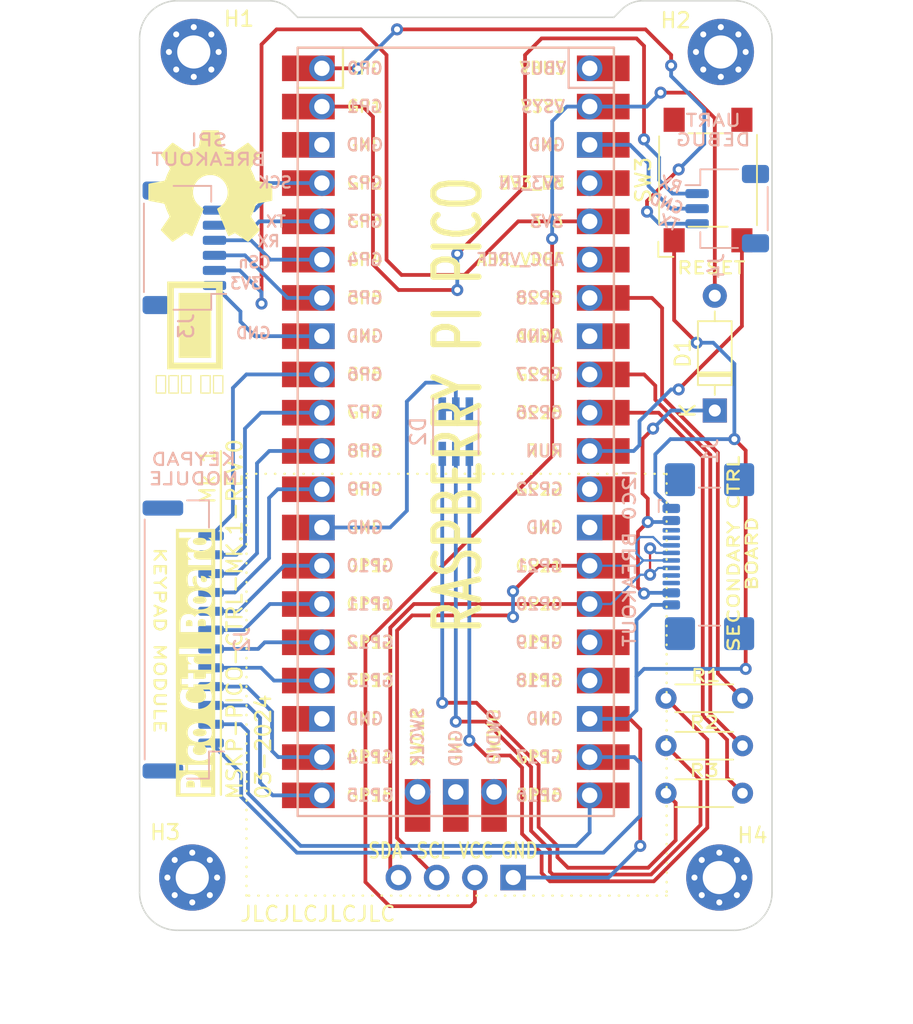
<source format=kicad_pcb>
(kicad_pcb (version 20221018) (generator pcbnew)
  (layers (0 "F.Cu" signal) (31 "B.Cu" signal) (34 "B.Paste" user) (35 "F.Paste" user) (36 "B.SilkS" user "B.Silkscreen") (37 "F.SilkS" user "F.Silkscreen") (38 "B.Mask" user) (39 "F.Mask" user) (44 "Edge.Cuts" user))
  (net 0 "")
  (net 1 "Net-(D1-K)")
  (net 2 "Net-(D1-A)")
  (net 3 "Net-(D2-KB)")
  (net 4 "Net-(D2-AR)")
  (net 5 "Net-(D2-AG)")
  (net 6 "Net-(D2-AB)")
  (net 7 "Net-(U2-GND)")
  (net 9 "Net-(U1-GPIO20)")
  (net 10 "Net-(U1-GPIO21)")
  (net 15 "Net-(J2-Pin_1)")
  (net 16 "Net-(J2-Pin_2)")
  (net 17 "Net-(J2-Pin_3)")
  (net 18 "Net-(J2-Pin_4)")
  (net 19 "Net-(J2-Pin_5)")
  (net 20 "Net-(J2-Pin_6)")
  (net 21 "Net-(J2-Pin_7)")
  (net 22 "Net-(J2-Pin_8)")
  (net 23 "Net-(J2-Pin_9)")
  (net 24 "Net-(J2-Pin_10)")
  (net 25 "Net-(J2-Pin_11)")
  (net 26 "Net-(J2-Pin_12)")
  (net 27 "Net-(J3-Pin_1)")
  (net 28 "Net-(U1-GPIO28_ADC2)")
  (net 29 "Net-(U1-GPIO27_ADC1)")
  (net 30 "Net-(U1-GPIO26_ADC0)")
  (net 31 "Net-(U1-RUN)")
  (net 32 "Net-(J3-Pin_3)")
  (net 33 "Net-(J3-Pin_4)")
  (net 36 "Net-(J3-Pin_5)")
  (net 37 "Net-(J3-Pin_6)")
  (net 41 "Net-(J4-Pin_1)")
  (net 43 "GND")
  (net 44 "+5V")
  (net 48 "Net-(J4-Pin_3)")
  (net 52 "Net-(J3-Pin_2)")
  (footprint "Diode_THT:D_DO-35_SOD27_P7.62mm_Horizontal" (layer "F.Cu") (at 165.7 94.6 90)
    (fp_text reference "D1")
    (fp_text value "1N4148")
  )
  (footprint "Button_Switch_SMD:SW_SPST_Omron_B3FS-101xP" (layer "F.Cu") (at 165.25 79.3 90)
    (fp_text reference "SW3")
    (fp_text value "SW_Omron_B3FS")
  )
  (footprint "MountingHole:MountingHole_2.2mm_M2_Pad_Via" (layer "F.Cu") (at 131 125.6)
    (fp_text reference "H3")
    (fp_text value "MountingHole_2.2mm_M2_Pad_Via")
  )
  (footprint "Desktop:OSH_test" (layer "F.Cu") (at 132.2 79.7)
    (fp_text reference "G***" hide)
    (fp_text value "LOGO" hide)
  )
  (footprint "Resistor_THT:R_Axial_DIN0204_L3.6mm_D1.6mm_P5.08mm_Horizontal" (layer "F.Cu") (at 162.46 113.7)
    (fp_text reference "R1")
    (fp_text value "Resistor")
  )
  (footprint "ScottoKeebs_MCU:Raspberry_Pi_Pico" (layer "F.Cu") (at 148.5 96.015)
    (fp_text reference "U1" hide)
    (fp_text value "Raspberry_Pi_Pico" hide)
  )
  (footprint "Resistor_THT:R_Axial_DIN0204_L3.6mm_D1.6mm_P5.08mm_Horizontal" (layer "F.Cu") (at 162.46 120)
    (fp_text reference "R3")
    (fp_text value "Resistor")
  )
  (footprint "MountingHole:MountingHole_2.2mm_M2_Pad_Via" (layer "F.Cu") (at 166.1 70.8)
    (fp_text reference "H2")
    (fp_text value "MountingHole_2.2mm_M2_Pad_Via")
  )
  (footprint "MountingHole:MountingHole_2.2mm_M2_Pad_Via" (layer "F.Cu") (at 131.1 70.8)
    (fp_text reference "H1")
    (fp_text value "MountingHole_2.2mm_M2_Pad_Via")
  )
  (footprint "ScottoKeebs_Components:OLED_128x64" (layer "F.Cu") (at 148.5 125.6 180)
    (fp_text reference "U2" hide)
    (fp_text value "OLED_128x64")
  )
  (footprint "Resistor_THT:R_Axial_DIN0204_L3.6mm_D1.6mm_P5.08mm_Horizontal" (layer "F.Cu") (at 162.46 116.85)
    (fp_text reference "R2")
    (fp_text value "Resistor")
  )
  (footprint "MountingHole:MountingHole_2.2mm_M2_Pad_Via" (layer "F.Cu") (at 166 125.6)
    (fp_text reference "H4")
    (fp_text value "MountingHole_2.2mm_M2_Pad_Via")
  )
  (footprint "Connector_JST:JST_GH_SM12B-GHS-TB_1x12-1MP_P1.25mm_Horizontal" (layer "B.Cu") (at 130.4 109.8 90)
    (fp_text reference "J2")
    (fp_text value "Conn_01x12_Socket")
  )
  (footprint "LED_SMD:LED_Avago_PLCC6_3x2.8mm" (layer "B.Cu") (at 148.5 96 -90)
    (fp_text reference "D2")
    (fp_text value "ASMT-YTB7-0AA02")
  )
  (footprint "Connector_USB:USB_C_Receptacle_GCT_USB4110" (layer "B.Cu") (at 166.49 104.3 -90)
    (fp_text reference "J1")
    (fp_text value "USB_C_Receptacle_USB2.0")
  )
  (footprint "Connector_JST:JST_SH_SM03B-SRSS-TB_1x03-1MP_P1.00mm_Horizontal" (layer "B.Cu") (at 166.525 81.2 -90)
    (fp_text reference "J4")
    (fp_text value "Conn_01x03_Socket")
  )
  (footprint "Connector_JST:JST_SH_SM06B-SRSS-TB_1x06-1MP_P1.00mm_Horizontal" (layer "B.Cu") (at 130.475 83.8 90)
    (fp_text reference "J3")
    (fp_text value "Conn_01x06_Socket")
  )
  (gr_rect (start 134.6 98.8) (end 162.5 126.8) (stroke (width 0.15) (type dot)) (fill none) (layer "F.SilkS"))
  (gr_line (start 132.9 120.1) (end 132.9 97.3) (stroke (width 0.15)) (layer "F.SilkS"))
  (gr_line (start 159 68.5) (end 159.514214 67.985786) (stroke (width 0.1)) (layer "Edge.Cuts"))
  (gr_arc (start 167 67.4) (mid 168.767767 68.132233) (end 169.5 69.9) (stroke (width 0.1)) (layer "Edge.Cuts"))
  (gr_line (start 130 67.4) (end 136.071573 67.4) (stroke (width 0.1)) (layer "Edge.Cuts"))
  (gr_line (start 138 68.5) (end 159 68.5) (stroke (width 0.1)) (layer "Edge.Cuts"))
  (gr_line (start 167 129.1) (end 130 129.1) (stroke (width 0.1)) (layer "Edge.Cuts"))
  (gr_arc (start 159.514214 67.985786) (mid 160.163062 67.55225) (end 160.928427 67.4) (stroke (width 0.1)) (layer "Edge.Cuts"))
  (gr_line (start 138 68.5) (end 137.485786 67.985786) (stroke (width 0.1)) (layer "Edge.Cuts"))
  (gr_arc (start 136.071573 67.4) (mid 136.836945 67.552232) (end 137.485786 67.985786) (stroke (width 0.1)) (layer "Edge.Cuts"))
  (gr_arc (start 130 129.1) (mid 128.232233 128.367767) (end 127.5 126.6) (stroke (width 0.1)) (layer "Edge.Cuts"))
  (gr_line (start 127.5 126.6) (end 127.5 69.9) (stroke (width 0.1)) (layer "Edge.Cuts"))
  (gr_arc (start 127.5 69.9) (mid 128.232233 68.132233) (end 130 67.4) (stroke (width 0.1)) (layer "Edge.Cuts"))
  (gr_line (start 160.928427 67.4) (end 167 67.4) (stroke (width 0.1)) (layer "Edge.Cuts"))
  (gr_line (start 169.5 69.9) (end 169.5 126.6) (stroke (width 0.1)) (layer "Edge.Cuts"))
  (gr_arc (start 169.5 126.6) (mid 168.767767 128.367767) (end 167 129.1) (stroke (width 0.1)) (layer "Edge.Cuts"))
  (gr_text "GND" (at 136.3 89.9) (layer "B.SilkS") (effects (font (size 0.75 0.75)) (justify left bottom mirror)))
  (gr_text "SPI\nBREAKOUT" (at 132.1 78.4) (layer "B.SilkS") (effects (font (size 0.8 1)) (justify bottom mirror)))
  (gr_text "UART\nDEBUG" (at 165.6 77.1) (layer "B.SilkS") (effects (font (size 0.8 1)) (justify bottom mirror)))
  (gr_text "CSn" (at 136.3 85.2) (layer "B.SilkS") (effects (font (size 0.75 0.75)) (justify left bottom mirror)))
  (gr_text "TX" (at 163.2 82.8 -20) (layer "B.SilkS") (effects (font (size 0.75 0.75)) (justify left bottom mirror)))
  (gr_text "I2C0 BREAKOUT" (at 160.5 104.4 90) (layer "B.SilkS") (effects (font (size 0.8 1)) (justify bottom mirror)))
  (gr_text "SCK" (at 137.7 79.9) (layer "B.SilkS") (effects (font (size 0.75 0.75)) (justify left bottom mirror)))
  (gr_text "RX" (at 136.9 83.8) (layer "B.SilkS") (effects (font (size 0.75 0.75)) (justify left bottom mirror)))
  (gr_text "KEYPAD\nMODULE" (at 131.1 99.6) (layer "B.SilkS") (effects (font (size 0.8 1)) (justify bottom mirror)))
  (gr_text "RX" (at 163.4 80.3 -20) (layer "B.SilkS") (effects (font (size 0.75 0.75)) (justify left bottom mirror)))
  (gr_text "GND" (at 163.5 81.7 -20) (layer "B.SilkS") (effects (font (size 0.75 0.75)) (justify left bottom mirror)))
  (gr_text "TX" (at 137.3 82.5) (layer "B.SilkS") (effects (font (size 0.75 0.75)) (justify left bottom mirror)))
  (gr_text "3V3" (at 135.7 86.6) (layer "B.SilkS") (effects (font (size 0.75 0.75)) (justify left bottom mirror)))
  (gr_text "JLCJLCJLCJLC" (at 134.1 128.6) (layer "F.SilkS") (effects (font (size 1 1)) (justify left bottom)))
  (gr_text "Pico Ctrl Board" (at 132.6 120.2 90) (layer "F.SilkS" knockout) (effects (font (size 2 1.5)) (justify left bottom)))
  (gr_text "SCL" (at 145.8 124.4) (layer "F.SilkS") (effects (font (size 1 0.8)) (justify left bottom)))
  (gr_text "햄룬드 제조" (at 128.5 93.4) (layer "F.SilkS") (effects (font (size 1 1)) (justify left bottom)))
  (gr_text "GND" (at 151.4 124.4) (layer "F.SilkS") (effects (font (size 1 0.8)) (justify left bottom)))
  (gr_text "SECONDARY CTRL\nBOARD" (at 168.6 104.1 90) (layer "F.SilkS") (effects (font (size 0.75 1)) (justify bottom)))
  (gr_text "햄" (at 129.5 91.1) (layer "F.SilkS" knockout) (effects (font (size 4 4) (thickness 0.3) bold) (justify left bottom)))
  (gr_text "Mk 1" (at 132.6 100.9 90) (layer "F.SilkS") (effects (font (size 1 1)) (justify left bottom)))
  (gr_text "VCC" (at 148.6 124.4) (layer "F.SilkS") (effects (font (size 1 0.8)) (justify left bottom)))
  (gr_text "MSKP-PICO-CTRL-MK.1-REV.0" (at 134.4 120.5 90) (layer "F.SilkS") (effects (font (size 1 1)) (justify left bottom)))
  (gr_text "KEYPAD MODULE" (at 128.4 103.6 -90) (layer "F.SilkS") (effects (font (size 0.75 1)) (justify left bottom)))
  (gr_text "RASPBERRY PI PICO" (at 150.4 109.6 90) (layer "F.SilkS") (effects (font (size 3 2) (thickness 0.4) bold) (justify left bottom)))
  (gr_text "RESET" (at 163.1 85.6) (layer "F.SilkS") (effects (font (size 0.8 1)) (justify left bottom)))
  (gr_text "SDA" (at 142.6 124.4) (layer "F.SilkS") (effects (font (size 1 0.8)) (justify left bottom)))
  (gr_text "03-2024" (at 136.3 120.5 90) (layer "F.SilkS") (effects (font (size 1 1)) (justify left bottom)))
  (segment (start 160.6 106.35) (end 160.6 102.65) (width 0.25) (layer "F.Cu") (net 1))
  (segment (start 160.9 100.1) (end 160.9 96.5) (width 0.25) (layer "F.Cu") (net 1))
  (segment (start 161.25 100.45) (end 160.9 100.1) (width 0.25) (layer "F.Cu") (net 1))
  (segment (start 161 106.75) (end 160.6 106.35) (width 0.25) (layer "F.Cu") (net 1))
  (segment (start 161.25 102) (end 161.25 100.45) (width 0.25) (layer "F.Cu") (net 1))
  (segment (start 160.6 102.65) (end 161.25 102) (width 0.25) (layer "F.Cu") (net 1))
  (segment (start 160.9 96.5) (end 161.6 95.8) (width 0.25) (layer "F.Cu") (net 1))
  (via (at 161.6 95.8) (size 0.8) (drill 0.4) (layers "F.Cu" "B.Cu") (net 1))
  (via (at 161 106.75) (size 0.8) (drill 0.4) (layers "F.Cu" "B.Cu") (net 1))
  (via (at 161.25 102) (size 0.8) (drill 0.4) (layers "F.Cu" "B.Cu") (net 1))
  (segment (start 162.81 106.7) (end 161.05 106.7) (width 0.25) (layer "B.Cu") (net 1))
  (segment (start 162.71 102) (end 162.81 101.9) (width 0.25) (layer "B.Cu") (net 1))
  (segment (start 161.05 106.7) (end 161 106.75) (width 0.25) (layer "B.Cu") (net 1))
  (segment (start 162.8 94.6) (end 165.7 94.6) (width 0.25) (layer "B.Cu") (net 1))
  (segment (start 161.6 95.8) (end 162.8 94.6) (width 0.25) (layer "B.Cu") (net 1))
  (segment (start 161.25 102) (end 162.71 102) (width 0.25) (layer "B.Cu") (net 1))
  (segment (start 154.9 97.627208) (end 154.9 83.2) (width 0.25) (layer "F.Cu") (net 2))
  (segment (start 142.5 125.9) (end 142.5 110.027208) (width 0.25) (layer "F.Cu") (net 2))
  (segment (start 165.7 75.2) (end 164 73.5) (width 0.25) (layer "F.Cu") (net 2))
  (segment (start 144.1 127.5) (end 142.5 125.9) (width 0.25) (layer "F.Cu") (net 2))
  (segment (start 149.5 127.5) (end 144.1 127.5) (width 0.25) (layer "F.Cu") (net 2))
  (segment (start 165.7 86.98) (end 165.7 75.2) (width 0.25) (layer "F.Cu") (net 2))
  (segment (start 164 73.5) (end 162.1 73.5) (width 0.25) (layer "F.Cu") (net 2))
  (segment (start 142.5 110.027208) (end 154.9 97.627208) (width 0.25) (layer "F.Cu") (net 2))
  (segment (start 149.77 125.6) (end 149.77 127.23) (width 0.25) (layer "F.Cu") (net 2))
  (segment (start 149.77 127.23) (end 149.5 127.5) (width 0.25) (layer "F.Cu") (net 2))
  (via (at 162.1 73.5) (size 0.8) (drill 0.4) (layers "F.Cu" "B.Cu") (net 2))
  (via (at 154.9 83.2) (size 0.8) (drill 0.4) (layers "F.Cu" "B.Cu") (net 2))
  (segment (start 161.175 74.425) (end 157.39 74.425) (width 0.25) (layer "B.Cu") (net 2))
  (segment (start 154.9 75.4) (end 155.875 74.425) (width 0.25) (layer "B.Cu") (net 2))
  (segment (start 154.9 83.2) (end 154.9 75.4) (width 0.25) (layer "B.Cu") (net 2))
  (segment (start 162.1 73.5) (end 161.175 74.425) (width 0.25) (layer "B.Cu") (net 2))
  (segment (start 155.875 74.425) (end 157.39 74.425) (width 0.25) (layer "B.Cu") (net 2))
  (segment (start 145.25 101.25) (end 144.135 102.365) (width 0.25) (layer "B.Cu") (net 3))
  (segment (start 148.5 93.25) (end 148 92.75) (width 0.25) (layer "B.Cu") (net 3))
  (segment (start 144.135 102.365) (end 139.61 102.365) (width 0.25) (layer "B.Cu") (net 3))
  (segment (start 146.5 92.75) (end 145.25 94) (width 0.25) (layer "B.Cu") (net 3))
  (segment (start 148 92.75) (end 146.5 92.75) (width 0.25) (layer "B.Cu") (net 3))
  (segment (start 149.4 94.525) (end 147.6 94.525) (width 0.25) (layer "B.Cu") (net 3))
  (segment (start 148.5 94.525) (end 148.5 93.25) (width 0.25) (layer "B.Cu") (net 3))
  (segment (start 145.25 94) (end 145.25 101.25) (width 0.25) (layer "B.Cu") (net 3))
  (segment (start 161.65 125.85) (end 154.75 125.85) (width 0.25) (layer "F.Cu") (net 4))
  (segment (start 154.2 124) (end 152.9 122.7) (width 0.25) (layer "F.Cu") (net 4))
  (segment (start 165.2 116.44) (end 165.2 122.3) (width 0.25) (layer "F.Cu") (net 4))
  (segment (start 152.1 117.5) (end 150.5 117.5) (width 0.25) (layer "F.Cu") (net 4))
  (segment (start 154.75 125.85) (end 154.2 125.3) (width 0.25) (layer "F.Cu") (net 4))
  (segment (start 162.46 113.7) (end 165.2 116.44) (width 0.25) (layer "F.Cu") (net 4))
  (segment (start 154.2 125.3) (end 154.2 124) (width 0.25) (layer "F.Cu") (net 4))
  (segment (start 165.2 122.3) (end 161.65 125.85) (width 0.25) (layer "F.Cu") (net 4))
  (segment (start 152.9 118.3) (end 152.1 117.5) (width 0.25) (layer "F.Cu") (net 4))
  (segment (start 152.9 122.7) (end 152.9 118.3) (width 0.25) (layer "F.Cu") (net 4))
  (segment (start 150.5 117.5) (end 149.5 116.5) (width 0.25) (layer "F.Cu") (net 4))
  (via (at 149.4 116.5) (size 0.8) (drill 0.4) (layers "F.Cu" "B.Cu") (net 4))
  (segment (start 149.4 116.4) (end 149.4 97.475) (width 0.25) (layer "B.Cu") (net 4))
  (segment (start 149.5 116.5) (end 149.4 116.4) (width 0.25) (layer "B.Cu") (net 4))
  (segment (start 164.75 119.14) (end 164.75 122.113604) (width 0.25) (layer "F.Cu") (net 5))
  (segment (start 154.75 125.213604) (end 154.75 124) (width 0.25) (layer "F.Cu") (net 5))
  (segment (start 150.486396 115.25) (end 148.5 115.25) (width 0.25) (layer "F.Cu") (net 5))
  (segment (start 154.75 123.75) (end 153.5 122.5) (width 0.25) (layer "F.Cu") (net 5))
  (segment (start 164.75 122.113604) (end 161.463604 125.4) (width 0.25) (layer "F.Cu") (net 5))
  (segment (start 153.5 122.5) (end 153.5 118.263604) (width 0.25) (layer "F.Cu") (net 5))
  (segment (start 162.46 116.85) (end 164.75 119.14) (width 0.25) (layer "F.Cu") (net 5))
  (segment (start 161.463604 125.4) (end 156.1 125.4) (width 0.25) (layer "F.Cu") (net 5))
  (segment (start 153.5 118.263604) (end 150.486396 115.25) (width 0.25) (layer "F.Cu") (net 5))
  (segment (start 156.1 125.4) (end 154.936396 125.4) (width 0.25) (layer "F.Cu") (net 5))
  (segment (start 154.75 124) (end 154.75 123.75) (width 0.25) (layer "F.Cu") (net 5))
  (segment (start 154.936396 125.4) (end 154.75 125.213604) (width 0.25) (layer "F.Cu") (net 5))
  (via (at 148.5 115.25) (size 0.8) (drill 0.4) (layers "F.Cu" "B.Cu") (net 5))
  (segment (start 148.5 115.25) (end 148.5 97.475) (width 0.25) (layer "B.Cu") (net 5))
  (segment (start 155.25 124.25) (end 155.25 123.5) (width 0.25) (layer "F.Cu") (net 6))
  (segment (start 155.95 124.95) (end 155.25 124.25) (width 0.25) (layer "F.Cu") (net 6))
  (segment (start 161.277208 124.95) (end 155.95 124.95) (width 0.25) (layer "F.Cu") (net 6))
  (segment (start 162.46 120) (end 163.1 120.64) (width 0.25) (layer "F.Cu") (net 6))
  (segment (start 154 118.127208) (end 149.872792 114) (width 0.25) (layer "F.Cu") (net 6))
  (segment (start 163.1 120.64) (end 163.1 123.127208) (width 0.25) (layer "F.Cu") (net 6))
  (segment (start 155.25 123.5) (end 154 122.25) (width 0.25) (layer "F.Cu") (net 6))
  (segment (start 154 122.25) (end 154 118.127208) (width 0.25) (layer "F.Cu") (net 6))
  (segment (start 149.872792 114) (end 147.5 114) (width 0.25) (layer "F.Cu") (net 6))
  (segment (start 163.1 123.127208) (end 161.277208 124.95) (width 0.25) (layer "F.Cu") (net 6))
  (via (at 147.6 114) (size 0.8) (drill 0.4) (layers "F.Cu" "B.Cu") (net 6))
  (segment (start 147.5 114) (end 147.6 113.9) (width 0.25) (layer "B.Cu") (net 6))
  (segment (start 147.6 113.9) (end 147.6 97.475) (width 0.25) (layer "B.Cu") (net 6))
  (segment (start 163 88.6) (end 164.5 90.1) (width 0.25) (layer "F.Cu") (net 7))
  (segment (start 160.065 115.065) (end 157.39 115.065) (width 0.25) (layer "F.Cu") (net 7))
  (segment (start 160.75 115.75) (end 160.065 115.065) (width 0.25) (layer "F.Cu") (net 7))
  (segment (start 167.75 97.25) (end 167 96.5) (width 0.25) (layer "F.Cu") (net 7))
  (segment (start 163 83.3) (end 163 88.6) (width 0.25) (layer "F.Cu") (net 7))
  (segment (start 160.75 123.5) (end 160.75 115.75) (width 0.25) (layer "F.Cu") (net 7))
  (segment (start 167.75 111.75) (end 167.75 97.25) (width 0.25) (layer "F.Cu") (net 7))
  (via (at 167 96.5) (size 0.8) (drill 0.4) (layers "F.Cu" "B.Cu") (net 7))
  (via (at 167.75 111.75) (size 0.8) (drill 0.4) (layers "F.Cu" "B.Cu") (net 7))
  (via (at 164.5 90.1) (size 0.8) (drill 0.4) (layers "F.Cu" "B.Cu") (net 7))
  (via (at 160.75 123.5) (size 0.8) (drill 0.4) (layers "F.Cu" "B.Cu") (net 7))
  (segment (start 160.5 112.25) (end 160.5 114.5) (width 0.25) (layer "B.Cu") (net 7))
  (segment (start 167 91.5) (end 167 96.5) (width 0.25) (layer "B.Cu") (net 7))
  (segment (start 162.75 96.5) (end 161.75 97.5) (width 0.25) (layer "B.Cu") (net 7))
  (segment (start 158.65 125.6) (end 160.75 123.5) (width 0.25) (layer "B.Cu") (net 7))
  (segment (start 164.5 90.1) (end 165.6 90.1) (width 0.25) (layer "B.Cu") (net 7))
  (segment (start 152.31 125.6) (end 158.65 125.6) (width 0.25) (layer "B.Cu") (net 7))
  (segment (start 160.5 112.25) (end 161 111.75) (width 0.25) (layer "B.Cu") (net 7))
  (segment (start 167 96.5) (end 162.75 96.5) (width 0.25) (layer "B.Cu") (net 7))
  (segment (start 161.75 100.04) (end 162.81 101.1) (width 0.25) (layer "B.Cu") (net 7))
  (segment (start 161.75 97.5) (end 161.75 100.04) (width 0.25) (layer "B.Cu") (net 7))
  (segment (start 160.5 114.5) (end 159.935 115.065) (width 0.25) (layer "B.Cu") (net 7))
  (segment (start 160.5 108.5) (end 160.5 112.25) (width 0.25) (layer "B.Cu") (net 7))
  (segment (start 162.81 107.5) (end 161.5 107.5) (width 0.25) (layer "B.Cu") (net 7))
  (segment (start 165.6 90.1) (end 167 91.5) (width 0.25) (layer "B.Cu") (net 7))
  (segment (start 159.935 115.065) (end 157.39 115.065) (width 0.25) (layer "B.Cu") (net 7))
  (segment (start 161.5 107.5) (end 160.5 108.5) (width 0.25) (layer "B.Cu") (net 7))
  (segment (start 161 111.75) (end 167.75 111.75) (width 0.25) (layer "B.Cu") (net 7))
  (segment (start 144.69 125.6) (end 144.15 125.06) (width 0.25) (layer "F.Cu") (net 9))
  (segment (start 161.4 103.75) (end 161.4 105.5) (width 0.15) (layer "F.Cu") (net 9))
  (segment (start 144.15 109.013604) (end 145.718604 107.445) (width 0.25) (layer "F.Cu") (net 9))
  (segment (start 145.718604 107.445) (end 157.39 107.445) (width 0.25) (layer "F.Cu") (net 9))
  (segment (start 144.15 125.06) (end 144.15 109.013604) (width 0.25) (layer "F.Cu") (net 9))
  (via (at 161.4 103.75) (size 0.8) (drill 0.4) (layers "F.Cu" "B.Cu") (net 9))
  (via (at 161.4 105.5) (size 0.8) (drill 0.4) (layers "F.Cu" "B.Cu") (net 9))
  (segment (start 160.75 105.5) (end 158.805 107.445) (width 0.15) (layer "B.Cu") (net 9))
  (segment (start 162.81 105.05) (end 161.95 105.05) (width 0.15) (layer "B.Cu") (net 9))
  (segment (start 161.8 104.05) (end 161.5 103.75) (width 0.15) (layer "B.Cu") (net 9))
  (segment (start 163.01 104.05) (end 161.8 104.05) (width 0.15) (layer "B.Cu") (net 9))
  (segment (start 161.95 105.05) (end 161.5 105.5) (width 0.15) (layer "B.Cu") (net 9))
  (segment (start 161.5 105.5) (end 160.75 105.5) (width 0.15) (layer "B.Cu") (net 9))
  (segment (start 158.805 107.445) (end 157.39 107.445) (width 0.15) (layer "B.Cu") (net 9))
  (segment (start 145.6 108.2) (end 152.3 108.2) (width 0.25) (layer "F.Cu") (net 10))
  (segment (start 152.3 106.6) (end 153.995 104.905) (width 0.25) (layer "F.Cu") (net 10))
  (segment (start 153.995 104.905) (end 157.39 104.905) (width 0.25) (layer "F.Cu") (net 10))
  (segment (start 144.6 109.2) (end 145.6 108.2) (width 0.25) (layer "F.Cu") (net 10))
  (segment (start 147.23 125.6) (end 144.6 122.97) (width 0.25) (layer "F.Cu") (net 10))
  (segment (start 144.6 122.97) (end 144.6 109.2) (width 0.25) (layer "F.Cu") (net 10))
  (via (at 152.3 108.3) (size 0.8) (drill 0.4) (layers "F.Cu" "B.Cu") (net 10))
  (via (at 152.3 106.6) (size 0.8) (drill 0.4) (layers "F.Cu" "B.Cu") (net 10))
  (segment (start 162.81 104.55) (end 160.95 104.55) (width 0.15) (layer "B.Cu") (net 10))
  (segment (start 160.95 104.55) (end 160.595 104.905) (width 0.15) (layer "B.Cu") (net 10))
  (segment (start 160.595 104.905) (end 157.39 104.905) (width 0.15) (layer "B.Cu") (net 10))
  (segment (start 160.75 103) (end 160.5 103.25) (width 0.15) (layer "B.Cu") (net 10))
  (segment (start 160.5 104.1) (end 160.95 104.55) (width 0.15) (layer "B.Cu") (net 10))
  (segment (start 152.3 108.3) (end 152.3 106.6) (width 0.25) (layer "B.Cu") (net 10))
  (segment (start 162.81 103.55) (end 162.154595 103.55) (width 0.15) (layer "B.Cu") (net 10))
  (segment (start 161.604595 103) (end 160.75 103) (width 0.15) (layer "B.Cu") (net 10))
  (segment (start 162.154595 103.55) (end 161.604595 103) (width 0.15) (layer "B.Cu") (net 10))
  (segment (start 160.5 103.25) (end 160.5 104.1) (width 0.15) (layer "B.Cu") (net 10))
  (segment (start 160.355 117.605) (end 157.39 117.605) (width 0.25) (layer "B.Cu") (net 15))
  (segment (start 160.75 121.5) (end 160.75 118) (width 0.25) (layer "B.Cu") (net 15))
  (segment (start 158.3 123.95) (end 160.75 121.5) (width 0.25) (layer "B.Cu") (net 15))
  (segment (start 137.95 123.95) (end 158.3 123.95) (width 0.25) (layer "B.Cu") (net 15))
  (segment (start 134.25 120.25) (end 137.95 123.95) (width 0.25) (layer "B.Cu") (net 15))
  (segment (start 160.75 118) (end 160.355 117.605) (width 0.25) (layer "B.Cu") (net 15))
  (segment (start 134.25 118.675) (end 134.25 120.25) (width 0.25) (layer "B.Cu") (net 15))
  (segment (start 132.25 116.675) (end 134.25 118.675) (width 0.25) (layer "B.Cu") (net 15))
  (segment (start 134.225 115.425) (end 134.7 115.9) (width 0.25) (layer "B.Cu") (net 16))
  (segment (start 156.5 123.5) (end 157.39 122.61) (width 0.25) (layer "B.Cu") (net 16))
  (segment (start 138.2 123.5) (end 156.5 123.5) (width 0.25) (layer "B.Cu") (net 16))
  (segment (start 132.25 115.425) (end 134.225 115.425) (width 0.25) (layer "B.Cu") (net 16))
  (segment (start 134.7 120) (end 138.2 123.5) (width 0.25) (layer "B.Cu") (net 16))
  (segment (start 134.7 115.9) (end 134.7 120) (width 0.25) (layer "B.Cu") (net 16))
  (segment (start 157.39 122.61) (end 157.39 120.145) (width 0.25) (layer "B.Cu") (net 16))
  (segment (start 135.5 115) (end 135.5 119.3) (width 0.25) (layer "B.Cu") (net 17))
  (segment (start 135.5 119.3) (end 136.345 120.145) (width 0.25) (layer "B.Cu") (net 17))
  (segment (start 132.25 114.175) (end 134.675 114.175) (width 0.25) (layer "B.Cu") (net 17))
  (segment (start 134.675 114.175) (end 135.5 115) (width 0.25) (layer "B.Cu") (net 17))
  (segment (start 136.345 120.145) (end 139.61 120.145) (width 0.25) (layer "B.Cu") (net 17))
  (segment (start 132.25 112.925) (end 134.625 112.925) (width 0.25) (layer "B.Cu") (net 18))
  (segment (start 134.625 112.925) (end 136.3 114.6) (width 0.25) (layer "B.Cu") (net 18))
  (segment (start 136.705 117.605) (end 139.61 117.605) (width 0.25) (layer "B.Cu") (net 18))
  (segment (start 136.3 114.6) (end 136.3 117.2) (width 0.25) (layer "B.Cu") (net 18))
  (segment (start 136.3 117.2) (end 136.705 117.605) (width 0.25) (layer "B.Cu") (net 18))
  (segment (start 136.425 112.525) (end 139.61 112.525) (width 0.25) (layer "B.Cu") (net 19))
  (segment (start 132.25 111.675) (end 135.575 111.675) (width 0.25) (layer "B.Cu") (net 19))
  (segment (start 135.575 111.675) (end 136.425 112.525) (width 0.25) (layer "B.Cu") (net 19))
  (segment (start 132.25 110.425) (end 135.375 110.425) (width 0.25) (layer "B.Cu") (net 20))
  (segment (start 135.375 110.425) (end 135.815 109.985) (width 0.25) (layer "B.Cu") (net 20))
  (segment (start 135.815 109.985) (end 139.61 109.985) (width 0.25) (layer "B.Cu") (net 20))
  (segment (start 132.25 109.175) (end 134.425 109.175) (width 0.25) (layer "B.Cu") (net 21))
  (segment (start 134.425 109.175) (end 136.155 107.445) (width 0.25) (layer "B.Cu") (net 21))
  (segment (start 136.155 107.445) (end 139.61 107.445) (width 0.25) (layer "B.Cu") (net 21))
  (segment (start 137.095 104.905) (end 139.61 104.905) (width 0.25) (layer "B.Cu") (net 22))
  (segment (start 132.25 107.925) (end 134.075 107.925) (width 0.25) (layer "B.Cu") (net 22))
  (segment (start 134.075 107.925) (end 137.095 104.905) (width 0.25) (layer "B.Cu") (net 22))
  (segment (start 136.1 100.4) (end 136.675 99.825) (width 0.25) (layer "B.Cu") (net 23))
  (segment (start 136.675 99.825) (end 139.61 99.825) (width 0.25) (layer "B.Cu") (net 23))
  (segment (start 136.1 104.4) (end 136.1 100.4) (width 0.25) (layer "B.Cu") (net 23))
  (segment (start 133.825 106.675) (end 136.1 104.4) (width 0.25) (layer "B.Cu") (net 23))
  (segment (start 132.25 106.675) (end 133.825 106.675) (width 0.25) (layer "B.Cu") (net 23))
  (segment (start 135.3 104.075) (end 135.3 98.1) (width 0.25) (layer "B.Cu") (net 24))
  (segment (start 133.95 105.425) (end 135.3 104.075) (width 0.25) (layer "B.Cu") (net 24))
  (segment (start 132.25 105.425) (end 133.95 105.425) (width 0.25) (layer "B.Cu") (net 24))
  (segment (start 136.115 97.285) (end 139.61 97.285) (width 0.25) (layer "B.Cu") (net 24))
  (segment (start 135.3 98.1) (end 136.115 97.285) (width 0.25) (layer "B.Cu") (net 24))
  (segment (start 135.555 94.745) (end 139.61 94.745) (width 0.25) (layer "B.Cu") (net 25))
  (segment (start 134.5 103.6) (end 134.5 95.8) (width 0.25) (layer "B.Cu") (net 25))
  (segment (start 133.925 104.175) (end 134.5 103.6) (width 0.25) (layer "B.Cu") (net 25))
  (segment (start 132.25 104.175) (end 133.925 104.175) (width 0.25) (layer "B.Cu") (net 25))
  (segment (start 134.5 95.8) (end 135.555 94.745) (width 0.25) (layer "B.Cu") (net 25))
  (segment (start 133.7 93.1) (end 134.595 92.205) (width 0.25) (layer "B.Cu") (net 26))
  (segment (start 134.595 92.205) (end 139.61 92.205) (width 0.25) (layer "B.Cu") (net 26))
  (segment (start 132.25 102.925) (end 133.7 101.475) (width 0.25) (layer "B.Cu") (net 26))
  (segment (start 133.7 101.475) (end 133.7 93.1) (width 0.25) (layer "B.Cu") (net 26))
  (segment (start 132.475 86.3) (end 134.2 88.025) (width 0.25) (layer "B.Cu") (net 27))
  (segment (start 134.2 88.025) (end 134.2 88.7) (width 0.25) (layer "B.Cu") (net 27))
  (segment (start 134.2 88.7) (end 135.165 89.665) (width 0.25) (layer "B.Cu") (net 27))
  (segment (start 135.165 89.665) (end 139.61 89.665) (width 0.25) (layer "B.Cu") (net 27))
  (segment (start 165.9 97.4) (end 162.2 93.7) (width 0.25) (layer "F.Cu") (net 28))
  (segment (start 162.2 93.7) (end 162.2 87.8) (width 0.25) (layer "F.Cu") (net 28))
  (segment (start 165.9 112.06) (end 165.9 97.4) (width 0.25) (layer "F.Cu") (net 28))
  (segment (start 167.54 113.7) (end 165.9 112.06) (width 0.25) (layer "F.Cu") (net 28))
  (segment (start 161.525 87.125) (end 157.39 87.125) (width 0.25) (layer "F.Cu") (net 28))
  (segment (start 162.2 87.8) (end 161.525 87.125) (width 0.25) (layer "F.Cu") (net 28))
  (segment (start 165.4 97.536396) (end 161.75 93.886396) (width 0.25) (layer "F.Cu") (net 29))
  (segment (start 165.4 114.71) (end 165.4 97.536396) (width 0.25) (layer "F.Cu") (net 29))
  (segment (start 161.75 93.886396) (end 161.75 92.95) (width 0.25) (layer "F.Cu") (net 29))
  (segment (start 167.54 116.85) (end 165.4 114.71) (width 0.25) (layer "F.Cu") (net 29))
  (segment (start 161.75 92.95) (end 161.005 92.205) (width 0.25) (layer "F.Cu") (net 29))
  (segment (start 161.005 92.205) (end 157.39 92.205) (width 0.25) (layer "F.Cu") (net 29))
  (segment (start 167.54 120) (end 166.515 118.975) (width 0.25) (layer "F.Cu") (net 30))
  (segment (start 161.972208 94.745) (end 157.39 94.745) (width 0.25) (layer "F.Cu") (net 30))
  (segment (start 164.9 114.846396) (end 164.9 97.672792) (width 0.25) (layer "F.Cu") (net 30))
  (segment (start 166.515 116.461396) (end 164.9 114.846396) (width 0.25) (layer "F.Cu") (net 30))
  (segment (start 164.9 97.672792) (end 161.972208 94.745) (width 0.25) (layer "F.Cu") (net 30))
  (segment (start 166.515 118.975) (end 166.515 116.461396) (width 0.25) (layer "F.Cu") (net 30))
  (segment (start 167.5 89) (end 163.3 93.2) (width 0.25) (layer "F.Cu") (net 31))
  (segment (start 167.5 83.3) (end 167.5 89) (width 0.25) (layer "F.Cu") (net 31))
  (via (at 163.3 93.2) (size 0.8) (drill 0.4) (layers "F.Cu" "B.Cu") (net 31))
  (segment (start 160.7 96.9) (end 160.315 97.285) (width 0.25) (layer "B.Cu") (net 31))
  (segment (start 160.7 95.3) (end 160.7 96.9) (width 0.25) (layer "B.Cu") (net 31))
  (segment (start 163.3 93.2) (end 162.8 93.2) (width 0.25) (layer "B.Cu") (net 31))
  (segment (start 160.315 97.285) (end 157.39 97.285) (width 0.25) (layer "B.Cu") (net 31))
  (segment (start 162.8 93.2) (end 160.7 95.3) (width 0.25) (layer "B.Cu") (net 31))
  (segment (start 132.475 84.3) (end 134.5 84.3) (width 0.25) (layer "B.Cu") (net 32))
  (segment (start 134.5 84.3) (end 137.325 87.125) (width 0.25) (layer "B.Cu") (net 32))
  (segment (start 137.325 87.125) (end 139.61 87.125) (width 0.25) (layer "B.Cu") (net 32))
  (segment (start 134.9 83.3) (end 136.185 84.585) (width 0.25) (layer "B.Cu") (net 33))
  (segment (start 132.475 83.3) (end 134.9 83.3) (width 0.25) (layer "B.Cu") (net 33))
  (segment (start 136.185 84.585) (end 139.61 84.585) (width 0.25) (layer "B.Cu") (net 33))
  (segment (start 132.475 82.3) (end 135.2 82.3) (width 0.25) (layer "B.Cu") (net 36))
  (segment (start 135.2 82.3) (end 135.455 82.045) (width 0.25) (layer "B.Cu") (net 36))
  (segment (start 135.455 82.045) (end 139.61 82.045) (width 0.25) (layer "B.Cu") (net 36))
  (segment (start 136.105 79.505) (end 136.11 79.5) (width 0.25) (layer "B.Cu") (net 37))
  (segment (start 136.11 79.5) (end 139.605 79.5) (width 0.25) (layer "B.Cu") (net 37))
  (segment (start 132.475 81.3) (end 135.1 81.3) (width 0.25) (layer "B.Cu") (net 37))
  (segment (start 135.1 81.3) (end 135.7 80.7) (width 0.25) (layer "B.Cu") (net 37))
  (segment (start 135.7 80.7) (end 135.7 79.9) (width 0.25) (layer "B.Cu") (net 37))
  (segment (start 135.7 79.9) (end 136.1 79.5) (width 0.25) (layer "B.Cu") (net 37))
  (segment (start 139.605 79.5) (end 139.61 79.505) (width 0.25) (layer "B.Cu") (net 37))
  (segment (start 148.6 84.2) (end 153.1 79.7) (width 0.25) (layer "F.Cu") (net 41))
  (segment (start 153.1 71) (end 154.2 69.9) (width 0.25) (layer "F.Cu") (net 41))
  (segment (start 160.6 70) (end 161 70.4) (width 0.25) (layer "F.Cu") (net 41))
  (segment (start 153.1 79.7) (end 153.1 71) (width 0.25) (layer "F.Cu") (net 41))
  (segment (start 142.325 74.425) (end 142.8 74.9) (width 0.25) (layer "F.Cu") (net 41))
  (segment (start 143 75.1) (end 143 84.9) (width 0.25) (layer "F.Cu") (net 41))
  (segment (start 142.8 74.9) (end 143 75.1) (width 0.25) (layer "F.Cu") (net 41))
  (segment (start 154.2 69.9) (end 160.5 69.9) (width 0.25) (layer "F.Cu") (net 41))
  (segment (start 143 84.9) (end 144.7 86.6) (width 0.25) (layer "F.Cu") (net 41))
  (segment (start 160.5 69.9) (end 160.6 70) (width 0.25) (layer "F.Cu") (net 41))
  (segment (start 139.61 74.425) (end 142.325 74.425) (width 0.25) (layer "F.Cu") (net 41))
  (segment (start 161 70.4) (end 161 76.6) (width 0.25) (layer "F.Cu") (net 41))
  (segment (start 144.7 86.6) (end 148.6 86.6) (width 0.25) (layer "F.Cu") (net 41))
  (via (at 148.6 84.2) (size 0.8) (drill 0.4) (layers "F.Cu" "B.Cu") (net 41))
  (via (at 148.6 86.6) (size 0.8) (drill 0.4) (layers "F.Cu" "B.Cu") (net 41))
  (via (at 161 76.6) (size 0.8) (drill 0.4) (layers "F.Cu" "B.Cu") (net 41))
  (segment (start 162.9 80.2) (end 164.525 80.2) (width 0.25) (layer "B.Cu") (net 41))
  (segment (start 161 76.8) (end 162 77.8) (width 0.25) (layer "B.Cu") (net 41))
  (segment (start 162 79.3) (end 162.9 80.2) (width 0.25) (layer "B.Cu") (net 41))
  (segment (start 161 76.6) (end 161 76.8) (width 0.25) (layer "B.Cu") (net 41))
  (segment (start 148.6 86.6) (end 148.6 84.2) (width 0.25) (layer "B.Cu") (net 41))
  (segment (start 162 77.8) (end 162 79.3) (width 0.25) (layer "B.Cu") (net 41))
  (segment (start 160.065 76.965) (end 161.3 78.2) (width 0.25) (layer "B.Cu") (net 43))
  (segment (start 161.3 79.7) (end 162.8 81.2) (width 0.25) (layer "B.Cu") (net 43))
  (segment (start 162.8 81.2) (end 164.525 81.2) (width 0.25) (layer "B.Cu") (net 43))
  (segment (start 161.3 78.2) (end 161.3 79.7) (width 0.25) (layer "B.Cu") (net 43))
  (segment (start 157.39 76.965) (end 160.065 76.965) (width 0.25) (layer "B.Cu") (net 43))
  (segment (start 144.6 69.3) (end 161.1 69.3) (width 0.25) (layer "F.Cu") (net 48))
  (segment (start 139.61 71.885) (end 141.985 71.885) (width 0.25) (layer "F.Cu") (net 48))
  (segment (start 163.3 78.6) (end 161.2 80.7) (width 0.25) (layer "F.Cu") (net 48))
  (segment (start 161.2 80.7) (end 161.2 81.4) (width 0.25) (layer "F.Cu") (net 48))
  (segment (start 162.8 71) (end 162.8 71.7) (width 0.25) (layer "F.Cu") (net 48))
  (segment (start 161.1 69.3) (end 162.8 71) (width 0.25) (layer "F.Cu") (net 48))
  (segment (start 141.985 71.885) (end 142 71.9) (width 0.25) (layer "F.Cu") (net 48))
  (via (at 142 71.9) (size 0.8) (drill 0.4) (layers "F.Cu" "B.Cu") (net 48))
  (via (at 162.8 71.7) (size 0.8) (drill 0.4) (layers "F.Cu" "B.Cu") (net 48))
  (via (at 161.2 81.4) (size 0.8) (drill 0.4) (layers "F.Cu" "B.Cu") (net 48))
  (via (at 163.3 78.6) (size 0.8) (drill 0.4) (layers "F.Cu" "B.Cu") (net 48))
  (via (at 144.6 69.3) (size 0.8) (drill 0.4) (layers "F.Cu" "B.Cu") (net 48))
  (segment (start 162.8 71.7) (end 162.8 72.4) (width 0.25) (layer "B.Cu") (net 48))
  (segment (start 142 71.9) (end 144.6 69.3) (width 0.25) (layer "B.Cu") (net 48))
  (segment (start 161.2 81.4) (end 162 82.2) (width 0.25) (layer "B.Cu") (net 48))
  (segment (start 162.8 72.4) (end 165 74.6) (width 0.25) (layer "B.Cu") (net 48))
  (segment (start 165 76.9) (end 163.3 78.6) (width 0.25) (layer "B.Cu") (net 48))
  (segment (start 162 82.2) (end 164.525 82.2) (width 0.25) (layer "B.Cu") (net 48))
  (segment (start 165 74.6) (end 165 76.9) (width 0.25) (layer "B.Cu") (net 48))
  (segment (start 135.6 70.3) (end 136.6 69.3) (width 0.25) (layer "F.Cu") (net 52))
  (segment (start 135.6 87.5) (end 135.6 70.3) (width 0.25) (layer "F.Cu") (net 52))
  (segment (start 136.6 69.3) (end 142.2 69.3) (width 0.25) (layer "F.Cu") (net 52))
  (segment (start 152.645 82.045) (end 157.39 82.045) (width 0.25) (layer "F.Cu") (net 52))
  (segment (start 142.2 69.3) (end 143.9 71) (width 0.25) (layer "F.Cu") (net 52))
  (segment (start 149.09 85.6) (end 152.645 82.045) (width 0.25) (layer "F.Cu") (net 52))
  (segment (start 143.9 84.6) (end 144.9 85.6) (width 0.25) (layer "F.Cu") (net 52))
  (segment (start 143.9 71) (end 143.9 84.6) (width 0.25) (layer "F.Cu") (net 52))
  (segment (start 144.9 85.6) (end 149.09 85.6) (width 0.25) (layer "F.Cu") (net 52))
  (via (at 135.6 87.5) (size 0.8) (drill 0.4) (layers "F.Cu" "B.Cu") (net 52))
  (segment (start 135.6 86.75) (end 135.6 87.5) (width 0.25) (layer "B.Cu") (net 52))
  (segment (start 132.475 85.3) (end 134.15 85.3) (width 0.25) (layer "B.Cu") (net 52))
  (segment (start 134.15 85.3) (end 135.6 86.75) (width 0.25) (layer "B.Cu") (net 52))
)
</source>
